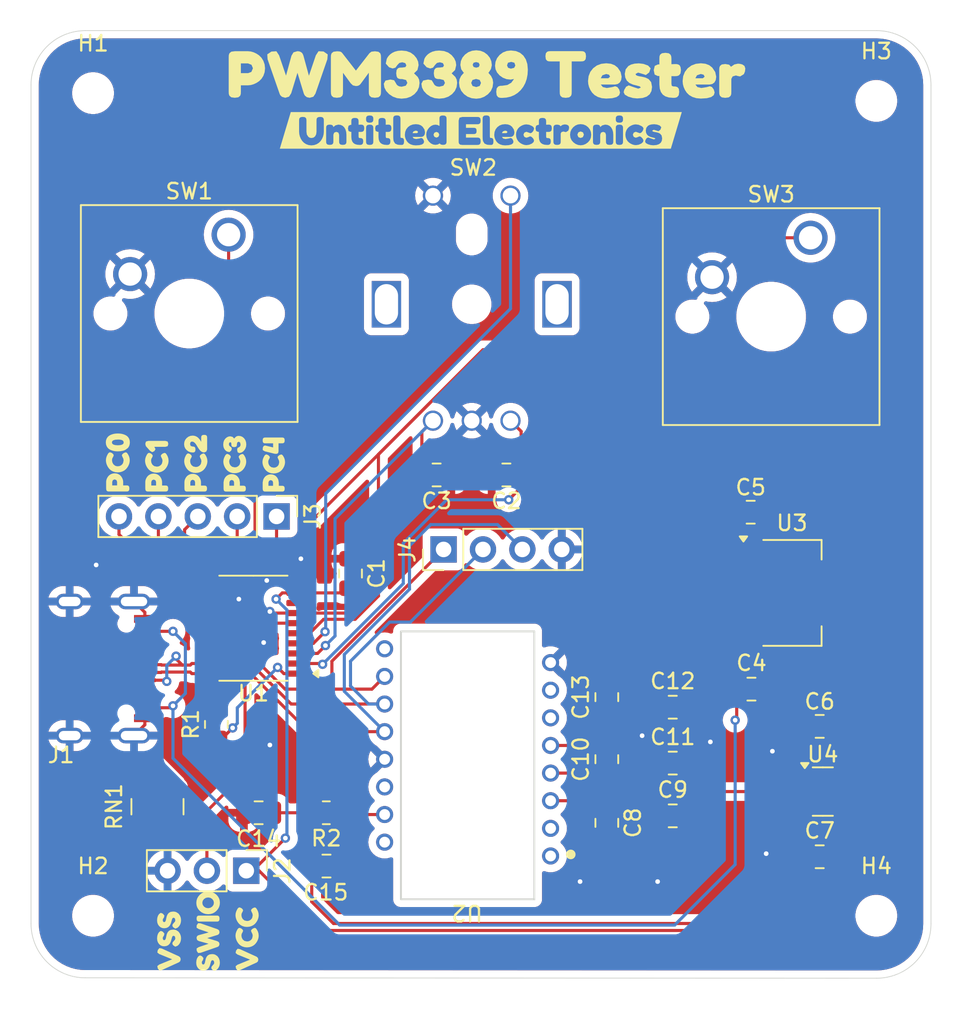
<source format=kicad_pcb>
(kicad_pcb (version 20240108) (generator "pcbnew") (generator_version "8.0")
  (layers (0 "F.Cu" signal) (31 "B.Cu" signal) (34 "B.Paste" user) (35 "F.Paste" user) (36 "B.SilkS" user "B.Silkscreen") (37 "F.SilkS" user "F.Silkscreen") (38 "B.Mask" user) (39 "F.Mask" user) (44 "Edge.Cuts" user))
  (net 0 "")
  (net 1 "VCC")
  (net 2 "VSS")
  (net 3 "/RotaryA")
  (net 4 "/RotaryB")
  (net 5 "+5V")
  (net 6 "+1V8")
  (net 7 "Net-(U2-VDCPix)")
  (net 8 "Net-(J1-CC1)")
  (net 9 "D-")
  (net 10 "D+")
  (net 12 "Net-(J1-CC2)")
  (net 14 "SWIO")
  (net 15 "Net-(J3-Pin_2)")
  (net 16 "Net-(J3-Pin_3)")
  (net 17 "Net-(J3-Pin_1)")
  (net 18 "Net-(J3-Pin_4)")
  (net 19 "Net-(J3-Pin_5)")
  (net 20 "MOSI")
  (net 21 "MISO")
  (net 22 "SCLK")
  (net 23 "DPU")
  (net 24 "Net-(U2-LED)")
  (net 27 "Left")
  (net 28 "/RotaryS")
  (net 29 "Right")
  (net 31 "Motion")
  (net 33 "Rst")
  (footprint "Connector_PinHeader_2.54mm:PinHeader_1x05_P2.54mm_Vertical" (layer "F.Cu") (at 166.8325 62.275 -90)
    (property "Reference" "J3" (at 0 -2.33 90) (layer "F.SilkS"))
    (property "Value" "Conn_01x05")
    (pad "1" thru_hole rect (at 0 0 270) (size 1.7 1.7) (drill 1) (layers "*.Cu" "*.Mask") (net 17 "Net-(J3-Pin_1)"))
    (pad "2" thru_hole oval (at 0 2.54 270) (size 1.7 1.7) (drill 1) (layers "*.Cu" "*.Mask") (net 15 "Net-(J3-Pin_2)"))
    (pad "3" thru_hole oval (at 0 5.08 270) (size 1.7 1.7) (drill 1) (layers "*.Cu" "*.Mask") (net 16 "Net-(J3-Pin_3)"))
    (pad "4" thru_hole oval (at 0 7.62 270) (size 1.7 1.7) (drill 1) (layers "*.Cu" "*.Mask") (net 18 "Net-(J3-Pin_4)"))
    (pad "5" thru_hole oval (at 0 10.16 270) (size 1.7 1.7) (drill 1) (layers "*.Cu" "*.Mask") (net 19 "Net-(J3-Pin_5)"))
  )
  (footprint "Capacitor_SMD:C_0805_2012Metric" (layer "F.Cu") (at 188.125 82.015 -90)
    (property "Reference" "C8" (at 0 -1.68 90) (layer "F.SilkS"))
    (property "Value" "4.7uF")
    (pad "1" smd roundrect (at -0.95 0 270) (size 1 1.45) (layers "F.Cu" "F.Paste" "F.Mask") (net 7 "Net-(U2-VDCPix)"))
    (pad "2" smd roundrect (at 0.95 0 270) (size 1 1.45) (layers "F.Cu" "F.Paste" "F.Mask") (net 2 "VSS"))
  )
  (footprint "Capacitor_SMD:C_0805_2012Metric" (layer "F.Cu") (at 181.65 59.6 180)
    (property "Reference" "C2" (at 0 -1.68 0) (layer "F.SilkS"))
    (property "Value" "100nF")
    (pad "1" smd roundrect (at -0.95 0 180) (size 1 1.45) (layers "F.Cu" "F.Paste" "F.Mask") (net 3 "/RotaryA"))
    (pad "2" smd roundrect (at 0.95 0 180) (size 1 1.45) (layers "F.Cu" "F.Paste" "F.Mask") (net 2 "VSS"))
  )
  (footprint "Resistor_SMD:R_0805_2012Metric" (layer "F.Cu") (at 170.0375 81.365 180)
    (property "Reference" "R2" (at 0 -1.65 0) (layer "F.SilkS"))
    (property "Value" "13")
    (pad "1" smd roundrect (at -0.9125 0 180) (size 1.025 1.4) (layers "F.Cu" "F.Paste" "F.Mask") (roundrect_rratio 0.243902) (net 24 "Net-(U2-LED)"))
    (pad "2" smd roundrect (at 0.9125 0 180) (size 1.025 1.4) (layers "F.Cu" "F.Paste" "F.Mask") (roundrect_rratio 0.243902) (net 6 "+1V8"))
  )
  (footprint "Connector_PinHeader_2.54mm:PinHeader_1x03_P2.54mm_Vertical" (layer "F.Cu") (at 164.88 85.1 -90)
    (property "Reference" "J2" (at 0 -2.33 90) (layer "F.SilkS"))
    (property "Value" "Prog")
    (pad "1" thru_hole rect (at 0 0 270) (size 1.7 1.7) (drill 1) (layers "*.Cu" "*.Mask") (net 1 "VCC"))
    (pad "2" thru_hole oval (at 0 2.54 270) (size 1.7 1.7) (drill 1) (layers "*.Cu" "*.Mask") (net 14 "SWIO"))
    (pad "3" thru_hole oval (at 0 5.08 270) (size 1.7 1.7) (drill 1) (layers "*.Cu" "*.Mask") (net 2 "VSS"))
  )
  (footprint "Capacitor_SMD:C_0805_2012Metric" (layer "F.Cu") (at 201.85 84.2)
    (property "Reference" "C7" (at 0 -1.68 0) (layer "F.SilkS"))
    (property "Value" "1uF")
    (pad "1" smd roundrect (at -0.95 0) (size 1 1.45) (layers "F.Cu" "F.Paste" "F.Mask") (net 6 "+1V8"))
    (pad "2" smd roundrect (at 0.95 0) (size 1 1.45) (layers "F.Cu" "F.Paste" "F.Mask") (net 2 "VSS"))
  )
  (footprint "Capacitor_SMD:C_0805_2012Metric" (layer "F.Cu") (at 192.375 81.565)
    (property "Reference" "C9" (at 0 -1.68 0) (layer "F.SilkS"))
    (property "Value" "100nF")
    (pad "1" smd roundrect (at -0.95 0) (size 1 1.45) (layers "F.Cu" "F.Paste" "F.Mask") (net 7 "Net-(U2-VDCPix)"))
    (pad "2" smd roundrect (at 0.95 0) (size 1 1.45) (layers "F.Cu" "F.Paste" "F.Mask") (net 2 "VSS"))
  )
  (footprint "Capacitor_SMD:C_0805_2012Metric" (layer "F.Cu") (at 177.15 59.6 180)
    (property "Reference" "C3" (at 0 -1.68 0) (layer "F.SilkS"))
    (property "Value" "100nF")
    (pad "1" smd roundrect (at -0.95 0 180) (size 1 1.45) (layers "F.Cu" "F.Paste" "F.Mask") (net 2 "VSS"))
    (pad "2" smd roundrect (at 0.95 0 180) (size 1 1.45) (layers "F.Cu" "F.Paste" "F.Mask") (net 4 "/RotaryB"))
  )
  (footprint "kibuzzard-67733B6F" (layer "F.Cu") (at 180.4 33.8)
    (property "Reference" "kibuzzard-67733B6F" (hide yes))
    (property "Value" "G***" (hide yes))
  )
  (footprint "Capacitor_SMD:C_0805_2012Metric" (layer "F.Cu") (at 192.375 78.165)
    (property "Reference" "C11" (at 0 -1.68 0) (layer "F.SilkS"))
    (property "Value" "10uF")
    (pad "1" smd roundrect (at -0.95 0) (size 1 1.45) (layers "F.Cu" "F.Paste" "F.Mask") (net 6 "+1V8"))
    (pad "2" smd roundrect (at 0.95 0) (size 1 1.45) (layers "F.Cu" "F.Paste" "F.Mask") (net 2 "VSS"))
  )
  (footprint "Button_Switch_Keyboard:SW_Cherry_MX_1.00u_PCB" (layer "F.Cu") (at 163.74 44.12)
    (property "Reference" "SW1" (at -2.54 -2.794 0) (layer "F.SilkS"))
    (property "Value" "SW_Push_45deg")
    (pad "" np_thru_hole circle (at -7.62 5.08) (size 1.7 1.7) (drill 1.7) (layers "*.Cu" "*.Mask"))
    (pad "" np_thru_hole circle (at -2.54 5.08) (size 4 4) (drill 4) (layers "*.Cu" "*.Mask"))
    (pad "" np_thru_hole circle (at 2.54 5.08) (size 1.7 1.7) (drill 1.7) (layers "*.Cu" "*.Mask"))
    (pad "1" thru_hole circle (at 0 0) (size 2.2 2.2) (drill 1.5) (layers "*.Cu" "*.Mask") (net 27 "Left"))
    (pad "2" thru_hole circle (at -6.35 2.54) (size 2.2 2.2) (drill 1.5) (layers "*.Cu" "*.Mask") (net 2 "VSS"))
  )
  (footprint "Capacitor_SMD:C_0805_2012Metric" (layer "F.Cu") (at 171.6 65.95 -90)
    (property "Reference" "C1" (at 0 -1.68 90) (layer "F.SilkS"))
    (property "Value" "100nF")
    (pad "1" smd roundrect (at -0.95 0 270) (size 1 1.45) (layers "F.Cu" "F.Paste" "F.Mask") (net 2 "VSS"))
    (pad "2" smd roundrect (at 0.95 0 270) (size 1 1.45) (layers "F.Cu" "F.Paste" "F.Mask") (net 1 "VCC"))
  )
  (footprint "Capacitor_SMD:C_0805_2012Metric" (layer "F.Cu") (at 188.125 77.915 90)
    (property "Reference" "C10" (at 0 -1.68 90) (layer "F.SilkS"))
    (property "Value" "100nF")
    (pad "1" smd roundrect (at -0.95 0 90) (size 1 1.45) (layers "F.Cu" "F.Paste" "F.Mask") (net 6 "+1V8"))
    (pad "2" smd roundrect (at 0.95 0 90) (size 1 1.45) (layers "F.Cu" "F.Paste" "F.Mask") (net 2 "VSS"))
  )
  (footprint "Capacitor_SMD:C_0805_2012Metric" (layer "F.Cu") (at 170.05 84.8)
    (property "Reference" "C15" (at -0.05 1.7 0) (layer "F.SilkS"))
    (property "Value" "10uF")
    (pad "1" smd roundrect (at -0.95 0) (size 1 1.45) (layers "F.Cu" "F.Paste" "F.Mask") (net 6 "+1V8"))
    (pad "2" smd roundrect (at 0.95 0) (size 1 1.45) (layers "F.Cu" "F.Paste" "F.Mask") (net 2 "VSS"))
  )
  (footprint "UE_Module:PMW3389" (layer "F.Cu") (at 184.5 84.16 180)
    (property "Reference" "U2" (at 5.38 -3.66 180) (layer "F.SilkS"))
    (property "Value" "PWM3389")
    (fp_rect (start 1.05 -2.78) (end 9.65 14.48) (stroke (width 0.12)) (fill none) (layer "Edge.Cuts"))
    (pad "1" thru_hole circle (at 0 0.01) (size 1.1 1.1) (drill 0.7) (layers "*.Cu" "*.Mask"))
    (pad "2" thru_hole circle (at 0 1.79) (size 1.1 1.1) (drill 0.7) (layers "*.Cu" "*.Mask"))
    (pad "3" thru_hole circle (at 0 3.57) (size 1.1 1.1) (drill 0.7) (layers "*.Cu" "*.Mask") (net 7 "Net-(U2-VDCPix)"))
    (pad "4" thru_hole circle (at 0 5.35) (size 1.1 1.1) (drill 0.7) (layers "*.Cu" "*.Mask") (net 6 "+1V8"))
    (pad "5" thru_hole circle (at 0 7.13) (size 1.1 1.1) (drill 0.7) (layers "*.Cu" "*.Mask") (net 1 "VCC"))
    (pad "6" thru_hole circle (at 0 8.91) (size 1.1 1.1) (drill 0.7) (layers "*.Cu" "*.Mask"))
    (pad "7" thru_hole circle (at 0 10.69) (size 1.1 1.1) (drill 0.7) (layers "*.Cu" "*.Mask") (net 33 "Rst"))
    (pad "8" thru_hole circle (at 0 12.47) (size 1.1 1.1) (drill 0.7) (layers "*.Cu" "*.Mask") (net 2 "VSS"))
    (pad "9" thru_hole circle (at 10.7 13.36) (size 1.1 1.1) (drill 0.7) (layers "*.Cu" "*.Mask") (net 31 "Motion"))
    (pad "10" thru_hole circle (at 10.7 11.58) (size 1.1 1.1) (drill 0.7) (layers "*.Cu" "*.Mask") (net 22 "SCLK"))
    (pad "11" thru_hole circle (at 10.7 9.8) (size 1.1 1.1) (drill 0.7) (layers "*.Cu" "*.Mask") (net 20 "MOSI"))
    (pad "12" thru_hole circle (at 10.7 8.02) (size 1.1 1.1) (drill 0.7) (layers "*.Cu" "*.Mask") (net 21 "MISO"))
    (pad "13" thru_hole circle (at 10.7 6.24) (size 1.1 1.1) (drill 0.7) (layers "*.Cu" "*.Mask") (net 2 "VSS"))
    (pad "14" thru_hole circle (at 10.7 4.46) (size 1.1 1.1) (drill 0.7) (layers "*.Cu" "*.Mask"))
    (pad "15" thru_hole circle (at 10.7 2.68) (size 1.1 1.1) (drill 0.7) (layers "*.Cu" "*.Mask") (net 24 "Net-(U2-LED)"))
    (pad "16" thru_hole circle (at 10.7 0.9) (size 1.1 1.1) (drill 0.7) (layers "*.Cu" "*.Mask"))
  )
  (footprint "Capacitor_SMD:C_0805_2012Metric" (layer "F.Cu") (at 201.85 75.8 180)
    (property "Reference" "C6" (at 0 1.6 0) (layer "F.SilkS"))
    (property "Value" "1uF")
    (pad "1" smd roundrect (at -0.95 0 180) (size 1 1.45) (layers "F.Cu" "F.Paste" "F.Mask") (net 1 "VCC"))
    (pad "2" smd roundrect (at 0.95 0 180) (size 1 1.45) (layers "F.Cu" "F.Paste" "F.Mask") (net 2 "VSS"))
  )
  (footprint "UE_USB:USB_C_Receptical-Jing" (layer "F.Cu") (at 157.64 72.075 -90)
    (property "Reference" "J1" (at 5.575 4.7 0) (layer "F.SilkS"))
    (property "Value" "USB_C_Receptacle")
    (pad "" np_thru_hole circle (at -2.89 0.5 270) (size 0.65 0.65) (drill 0.65) (layers "*.Cu" "*.Mask"))
    (pad "" np_thru_hole circle (at 2.89 0.5 270) (size 0.65 0.65) (drill 0.65) (layers "*.Cu" "*.Mask"))
    (pad "A1" smd rect (at -3.325 -0.7 270) (size 0.25 1.4) (layers "F.Cu" "F.Paste" "F.Mask") (net 2 "VSS"))
    (pad "A4" smd rect (at -2.525 -0.7 270) (size 0.25 1.4) (layers "F.Cu" "F.Paste" "F.Mask") (net 5 "+5V"))
    (pad "A5" smd rect (at -1.25 -0.7 270) (size 0.25 1.4) (layers "F.Cu" "F.Paste" "F.Mask") (net 8 "Net-(J1-CC1)"))
    (pad "A6" smd rect (at -0.25 -0.7 270) (size 0.25 1.4) (layers "F.Cu" "F.Paste" "F.Mask") (net 10 "D+"))
    (pad "A7" smd rect (at 0.25 -0.7 270) (size 0.25 1.4) (layers "F.Cu" "F.Paste" "F.Mask") (net 9 "D-"))
    (pad "A8" smd rect (at -1.75 -0.7 270) (size 0.25 1.4) (layers "F.Cu" "F.Paste" "F.Mask"))
    (pad "A9" smd rect (at 2.525 -0.7 270) (size 0.25 1.4) (layers "F.Cu" "F.Paste" "F.Mask") (net 5 "+5V"))
    (pad "A12" smd rect (at 3.325 -0.7 270) (size 0.25 1.4) (layers "F.Cu" "F.Paste" "F.Mask") (net 2 "VSS"))
    (pad "B1" smd rect (at 3.075 -0.7 270) (size 0.25 1.4) (layers "F.Cu" "F.Paste" "F.Mask") (net 2 "VSS"))
    (pad "B4" smd rect (at 2.275 -0.7 270) (size 0.25 1.4) (layers "F.Cu" "F.Paste" "F.Mask") (net 5 "+5V"))
    (pad "B5" smd rect (at 1.75 -0.7 270) (size 0.25 1.4) (layers "F.Cu" "F.Paste" "F.Mask") (net 12 "Net-(J1-CC2)"))
    (pad "B6" smd rect (at 0.75 -0.7 270) (size 0.25 1.4) (layers "F.Cu" "F.Paste" "F.Mask") (net 10 "D+"))
    (pad "B7" smd rect (at -0.75 -0.7 270) (size 0.25 1.4) (layers "F.Cu" "F.Paste" "F.Mask") (net 9 "D-"))
    (pad "B8" smd rect (at 1.25 -0.7 270) (size 0.25 1.4) (layers "F.Cu" "F.Paste" "F.Mask"))
    (pad "B9" smd rect (at -2.275 -0.7 270) (size 0.25 1.4) (layers "F.Cu" "F.Paste" "F.Mask") (net 5 "+5V"))
    (pad "B12" smd rect (at -3.075 -0.7 270) (size 0.25 1.4) (layers "F.Cu" "F.Paste" "F.Mask") (net 2 "VSS"))
    (pad "S1" thru_hole oval (at -4.32 0 270) (size 1 2.1) (drill oval 0.6 1.7) (layers "*.Cu" "*.Mask") (net 2 "VSS"))
    (pad "S1" thru_hole oval (at -4.32 4.15 270) (size 1 1.8) (drill oval 0.6 1.4) (layers "*.Cu" "*.Mask") (net 2 "VSS"))
    (pad "S1" thru_hole oval (at 4.32 0 270) (size 1 2.1) (drill oval 0.6 1.7) (layers "*.Cu" "*.Mask") (net 2 "VSS"))
    (pad "S1" thru_hole oval (at 4.32 4.15 270) (size 1 1.8) (drill oval 0.6 1.4) (layers "*.Cu" "*.Mask") (net 2 "VSS"))
  )
  (footprint "Connector_PinHeader_2.54mm:PinHeader_1x04_P2.54mm_Vertical" (layer "F.Cu") (at 177.6 64.4 90)
    (property "Reference" "J4" (at 0 -2.33 90) (layer "F.SilkS"))
    (property "Value" "Conn_01x04")
    (pad "1" thru_hole rect (at 0 0 90) (size 1.7 1.7) (drill 1) (layers "*.Cu" "*.Mask") (net 22 "SCLK"))
    (pad "2" thru_hole oval (at 0 2.54 90) (size 1.7 1.7) (drill 1) (layers "*.Cu" "*.Mask") (net 20 "MOSI"))
    (pad "3" thru_hole oval (at 0 5.08 90) (size 1.7 1.7) (drill 1) (layers "*.Cu" "*.Mask") (net 21 "MISO"))
    (pad "4" thru_hole oval (at 0 7.62 90) (size 1.7 1.7) (drill 1) (layers "*.Cu" "*.Mask") (net 2 "VSS"))
  )
  (footprint "Package_TO_SOT_SMD:SOT-23" (layer "F.Cu") (at 202.05 80)
    (property "Reference" "U4" (at 0 -2.4 0) (layer "F.SilkS"))
    (property "Value" "TLV1117-18" (hide yes))
    (pad "1" smd roundrect (at -0.9375 -0.95) (size 1.475 0.6) (layers "F.Cu" "F.Paste" "F.Mask") (net 2 "VSS"))
    (pad "2" smd roundrect (at -0.9375 0.95) (size 1.475 0.6) (layers "F.Cu" "F.Paste" "F.Mask") (net 6 "+1V8"))
    (pad "3" smd roundrect (at 0.9375 0) (size 1.475 0.6) (layers "F.Cu" "F.Paste" "F.Mask") (net 1 "VCC"))
  )
  (footprint "MountingHole:MountingHole_2.2mm_M2" (layer "F.Cu") (at 155 35)
    (property "Reference" "H1" (at 0 -3.2 0) (layer "F.SilkS"))
    (property "Value" "MountingHole")
    (pad "" np_thru_hole circle (at 0 0) (size 2.2 2.2) (drill 2.2) (layers "*.Cu" "*.Mask"))
  )
  (footprint "Capacitor_SMD:C_0805_2012Metric" (layer "F.Cu") (at 188.125 73.915 90)
    (property "Reference" "C13" (at 0 -1.68 90) (layer "F.SilkS"))
    (property "Value" "10uF")
    (pad "1" smd roundrect (at -0.95 0 90) (size 1 1.45) (layers "F.Cu" "F.Paste" "F.Mask") (net 1 "VCC"))
    (pad "2" smd roundrect (at 0.95 0 90) (size 1 1.45) (layers "F.Cu" "F.Paste" "F.Mask") (net 2 "VSS"))
  )
  (footprint "Package_TO_SOT_SMD:SOT-223-3_TabPin2" (layer "F.Cu") (at 200.0625 67.2)
    (property "Reference" "U3" (at 0 -4.5 0) (layer "F.SilkS"))
    (property "Value" "TLV1117-33")
    (pad "1" smd roundrect (at -3.15 -2.3) (size 2 1.5) (layers "F.Cu" "F.Paste" "F.Mask") (net 2 "VSS"))
    (pad "2" smd roundrect (at -3.15 0) (size 2 1.5) (layers "F.Cu" "F.Paste" "F.Mask") (net 1 "VCC"))
    (pad "2" smd roundrect (at 3.15 0) (size 2 3.8) (layers "F.Cu" "F.Paste" "F.Mask") (net 1 "VCC"))
    (pad "3" smd roundrect (at -3.15 2.3) (size 2 1.5) (layers "F.Cu" "F.Paste" "F.Mask") (net 5 "+5V"))
  )
  (footprint "MountingHole:MountingHole_2.2mm_M2" (layer "F.Cu") (at 205.5 88)
    (property "Reference" "H4" (at 0 -3.2 0) (layer "F.SilkS"))
    (property "Value" "MountingHole")
    (pad "" np_thru_hole circle (at 0 0) (size 2.2 2.2) (drill 2.2) (layers "*.Cu" "*.Mask"))
  )
  (footprint "Button_Switch_Keyboard:SW_Cherry_MX_1.00u_PCB" (layer "F.Cu") (at 201.26 44.32)
    (property "Reference" "SW3" (at -2.54 -2.794 0) (layer "F.SilkS"))
    (property "Value" "SW_Push_45deg")
    (pad "" np_thru_hole circle (at -7.62 5.08) (size 1.7 1.7) (drill 1.7) (layers "*.Cu" "*.Mask"))
    (pad "" np_thru_hole circle (at -2.54 5.08) (size 4 4) (drill 4) (layers "*.Cu" "*.Mask"))
    (pad "" np_thru_hole circle (at 2.54 5.08) (size 1.7 1.7) (drill 1.7) (layers "*.Cu" "*.Mask"))
    (pad "1" thru_hole circle (at 0 0) (size 2.2 2.2) (drill 1.5) (layers "*.Cu" "*.Mask") (net 29 "Right"))
    (pad "2" thru_hole circle (at -6.35 2.54) (size 2.2 2.2) (drill 1.5) (layers "*.Cu" "*.Mask") (net 2 "VSS"))
  )
  (footprint "Capacitor_SMD:C_0805_2012Metric" (layer "F.Cu") (at 192.375 74.565)
    (property "Reference" "C12" (at 0 -1.68 0) (layer "F.SilkS"))
    (property "Value" "100nF")
    (pad "1" smd roundrect (at -0.95 0) (size 1 1.45) (layers "F.Cu" "F.Paste" "F.Mask") (net 1 "VCC"))
    (pad "2" smd roundrect (at 0.95 0) (size 1 1.45) (layers "F.Cu" "F.Paste" "F.Mask") (net 2 "VSS"))
  )
  (footprint "Capacitor_SMD:C_0805_2012Metric" (layer "F.Cu") (at 197.4 62 180)
    (property "Reference" "C5" (at 0 1.6 0) (layer "F.SilkS"))
    (property "Value" "10u")
    (pad "1" smd roundrect (at -0.95 0 180) (size 1 1.45) (layers "F.Cu" "F.Paste" "F.Mask") (net 1 "VCC"))
    (pad "2" smd roundrect (at 0.95 0 180) (size 1 1.45) (layers "F.Cu" "F.Paste" "F.Mask") (net 2 "VSS"))
  )
  (footprint "Capacitor_SMD:C_0805_2012Metric" (layer "F.Cu") (at 197.45 73.4)
    (property "Reference" "C4" (at 0 -1.68 0) (layer "F.SilkS"))
    (property "Value" "10u")
    (pad "1" smd roundrect (at -0.95 0) (size 1 1.45) (layers "F.Cu" "F.Paste" "F.Mask") (net 5 "+5V"))
    (pad "2" smd roundrect (at 0.95 0) (size 1 1.45) (layers "F.Cu" "F.Paste" "F.Mask") (net 2 "VSS"))
  )
  (footprint "cafebabe:EC11L1524E03_Rotary_Encoder" (layer "F.Cu") (at 179.415 48.605)
    (property "Reference" "SW2" (at 0.1 -8.805 0) (layer "F.SilkS"))
    (property "Value" "Rotary_Encoder_Switch")
    (pad "" thru_hole rect (at -5.5 0) (size 1.9 3) (drill oval 1.5 2.6) (layers "*.Cu" "*.Mask"))
    (pad "" np_thru_hole oval (at 0 -4.5) (size 1.55 2.2) (drill oval 1.55 2.2) (layers "F&B.Cu" "*.Mask"))
    (pad "" np_thru_hole circle (at 0 0) (size 2.05 2.05) (drill 2.05) (layers "F&B.Cu" "*.Mask"))
    (pad "" thru_hole rect (at 5.5 0) (size 1.9 3) (drill oval 1.5 2.6) (layers "*.Cu" "*.Mask"))
    (pad "A" thru_hole circle (at -2.5 7.5) (size 1.3 1.3) (drill 1) (layers "*.Cu" "*.Mask") (net 4 "/RotaryB"))
    (pad "B" thru_hole circle (at 2.5 7.5) (size 1.3 1.3) (drill 1) (layers "*.Cu" "*.Mask") (net 3 "/RotaryA"))
    (pad "C" thru_hole circle (at 0 7.5) (size 1.3 1.3) (drill 1) (layers "*.Cu" "*.Mask") (net 2 "VSS"))
    (pad "S1" thru_hole circle (at -2.5 -7) (size 1.3 1.3) (drill 1) (layers "*.Cu" "*.Mask") (net 2 "VSS"))
    (pad "S2" thru_hole circle (at 2.5 -7) (size 1.3 1.3) (drill 1) (layers "*.Cu" "*.Mask") (net 28 "/RotaryS"))
  )
  (footprint "kibuzzard-67733BE6" (layer "F.Cu") (at 162.4 89 90)
    (property "Reference" "kibuzzard-67733BE6" (hide yes))
    (property "Value" "G***" (hide yes))
  )
  (footprint "MountingHole:MountingHole_2.2mm_M2" (layer "F.Cu") (at 155 88)
    (property "Reference" "H2" (at 0 -3.2 0) (layer "F.SilkS"))
    (property "Value" "MountingHole")
    (pad "" np_thru_hole circle (at 0 0) (size 2.2 2.2) (drill 2.2) (layers "*.Cu" "*.Mask"))
  )
  (footprint "kibuzzard-67733C4A" (layer "F.Cu") (at 180 37.4)
    (property "Reference" "kibuzzard-67733C4A" (hide yes))
    (property "Value" "G***" (hide yes))
  )
  (footprint "Package_SO:TSSOP-20_4.4x6.5mm_P0.65mm" (layer "F.Cu") (at 165.3375 69.475 180)
    (property "Reference" "U1" (at 0 -4.2 0) (layer "F.SilkS"))
    (property "Value" "CH32V003FxPx")
    (pad "1" smd roundrect (at -2.8625 -2.925 180) (size 1.475 0.4) (layers "F.Cu" "F.Paste" "F.Mask") (net 23 "DPU"))
    (pad "2" smd roundrect (at -2.8625 -2.275 180) (size 1.475 0.4) (layers "F.Cu" "F.Paste" "F.Mask") (net 3 "/RotaryA"))
    (pad "3" smd roundrect (at -2.8625 -1.625 180) (size 1.475 0.4) (layers "F.Cu" "F.Paste" "F.Mask") (net 4 "/RotaryB"))
    (pad "4" smd roundrect (at -2.8625 -0.975 180) (size 1.475 0.4) (layers "F.Cu" "F.Paste" "F.Mask") (net 28 "/RotaryS"))
    (pad "5" smd roundrect (at -2.8625 -0.325 180) (size 1.475 0.4) (layers "F.Cu" "F.Paste" "F.Mask") (net 29 "Right"))
    (pad "6" smd roundrect (at -2.8625 0.325 180) (size 1.475 0.4) (layers "F.Cu" "F.Paste" "F.Mask") (net 27 "Left"))
    (pad "7" smd roundrect (at -2.8625 0.975 180) (size 1.475 0.4) (layers "F.Cu" "F.Paste" "F.Mask") (net 2 "VSS"))
    (pad "8" smd roundrect (at -2.8625 1.625 180) (size 1.475 0.4) (layers "F.Cu" "F.Paste" "F.Mask"))
    (pad "9" smd roundrect (at -2.8625 2.275 180) (size 1.475 0.4) (layers "F.Cu" "F.Paste" "F.Mask") (net 1 "VCC"))
    (pad "10" smd roundrect (at -2.8625 2.925 180) (size 1.475 0.4) (layers "F.Cu" "F.Paste" "F.Mask") (net 17 "Net-(J3-Pin_1)"))
    (pad "11" smd roundrect (at 2.8625 2.925 180) (size 1.475 0.4) (layers "F.Cu" "F.Paste" "F.Mask") (net 15 "Net-(J3-Pin_2)"))
    (pad "12" smd roundrect (at 2.8625 2.275 180) (size 1.475 0.4) (layers "F.Cu" "F.Paste" "F.Mask") (net 16 "Net-(J3-Pin_3)"))
    (pad "13" smd roundrect (at 2.8625 1.625 180) (size 1.475 0.4) (layers "F.Cu" "F.Paste" "F.Mask") (net 18 "Net-(J3-Pin_4)"))
    (pad "14" smd roundrect (at 2.8625 0.975 180) (size 1.475 0.4) (layers "F.Cu" "F.Paste" "F.Mask") (net 19 "Net-(J3-Pin_5)"))
    (pad "15" smd roundrect (at 2.8625 0.325 180) (size 1.475 0.4) (layers "F.Cu" "F.Paste" "F.Mask") (net 22 "SCLK"))
    (pad "16" smd roundrect (at 2.8625 -0.325 180) (size 1.475 0.4) (layers "F.Cu" "F.Paste" "F.Mask") (net 20 "MOSI"))
    (pad "17" smd roundrect (at 2.8625 -0.975 180) (size 1.475 0.4) (layers "F.Cu" "F.Paste" "F.Mask") (net 21 "MISO"))
    (pad "18" smd roundrect (at 2.8625 -1.625 180) (size 1.475 0.4) (layers "F.Cu" "F.Paste" "F.Mask") (net 14 "SWIO"))
    (pad "19" smd roundrect (at 2.8625 -2.275 180) (size 1.475 0.4) (layers "F.Cu" "F.Paste" "F.Mask") (net 10 "D+"))
    (pad "20" smd roundrect (at 2.8625 -2.925 180) (size 1.475 0.4) (layers "F.Cu" "F.Paste" "F.Mask") (net 9 "D-"))
  )
  (footprint "MountingHole:MountingHole_2.2mm_M2" (layer "F.Cu") (at 205.5 35.5)
    (property "Reference" "H3" (at 0 -3.2 0) (layer "F.SilkS"))
    (property "Value" "MountingHole")
    (pad "" np_thru_hole circle (at 0 0) (size 2.2 2.2) (drill 2.2) (layers "*.Cu" "*.Mask"))
  )
  (footprint "Resistor_SMD:R_Array_Convex_4x0603" (layer "F.Cu") (at 159.1525 80.975 90)
    (property "Reference" "RN1" (at 0 -2.8 90) (layer "F.SilkS"))
    (property "Value" "5.1k")
    (pad "1" smd rect (at -0.9 -1.2 90) (size 0.8 0.5) (layers "F.Cu" "F.Paste" "F.Mask") (net 2 "VSS"))
    (pad "2" smd rect (at -0.9 -0.4 90) (size 0.8 0.4) (layers "F.Cu" "F.Paste" "F.Mask") (net 2 "VSS"))
    (pad "3" smd rect (at -0.9 0.4 90) (size 0.8 0.4) (layers "F.Cu" "F.Paste" "F.Mask") (net 2 "VSS"))
    (pad "4" smd rect (at -0.9 1.2 90) (size 0.8 0.5) (layers "F.Cu" "F.Paste" "F.Mask") (net 2 "VSS"))
    (pad "5" smd rect (at 0.9 1.2 90) (size 0.8 0.5) (layers "F.Cu" "F.Paste" "F.Mask") (net 12 "Net-(J1-CC2)"))
    (pad "6" smd rect (at 0.9 0.4 90) (size 0.8 0.4) (layers "F.Cu" "F.Paste" "F.Mask") (net 8 "Net-(J1-CC1)"))
    (pad "7" smd rect (at 0.9 -0.4 90) (size 0.8 0.4) (layers "F.Cu" "F.Paste" "F.Mask"))
    (pad "8" smd rect (at 0.9 -1.2 90) (size 0.8 0.5) (layers "F.Cu" "F.Paste" "F.Mask"))
  )
  (footprint "kibuzzard-67733C22" (layer "F.Cu") (at 161.6 58.8 90)
    (property "Reference" "kibuzzard-67733C22" (hide yes))
    (property "Value" "G***" (hide yes))
  )
  (footprint "Resistor_SMD:R_0805_2012Metric" (layer "F.Cu") (at 162.9525 75.675 90)
    (property "Reference" "R1" (at 0 -1.65 90) (layer "F.SilkS"))
    (property "Value" "1.5k")
    (pad "1" smd roundrect (at -0.9125 0 90) (size 1.025 1.4) (layers "F.Cu" "F.Paste" "F.Mask") (roundrect_rratio 0.243902) (net 23 "DPU"))
    (pad "2" smd roundrect (at 0.9125 0 90) (size 1.025 1.4) (layers "F.Cu" "F.Paste" "F.Mask") (roundrect_rratio 0.243902) (net 9 "D-"))
  )
  (footprint "Capacitor_SMD:C_0805_2012Metric" (layer "F.Cu") (at 165.675 81.365 180)
    (property "Reference" "C14" (at 0 -1.68 0) (layer "F.SilkS"))
    (property "Value" "100nF")
    (pad "1" smd roundrect (at -0.95 0 180) (size 1 1.45) (layers "F.Cu" "F.Paste" "F.Mask") (net 6 "+1V8"))
    (pad "2" smd roundrect (at 0.95 0 180) (size 1 1.45) (layers "F.Cu" "F.Paste" "F.Mask") (net 2 "VSS"))
  )
  (gr_arc (start 151 34.474874) (mid 152.025126 32) (end 154.5 30.974874) (stroke (width 0.05)) (layer "Edge.Cuts"))
  (gr_line (start 151 88.5) (end 151 34.474874) (stroke (width 0.05)) (layer "Edge.Cuts"))
  (gr_arc (start 209.025126 88.525126) (mid 208 91) (end 205.525126 92.025126) (stroke (width 0.05)) (layer "Edge.Cuts"))
  (gr_arc (start 205.525126 30.974874) (mid 208 32) (end 209.025126 34.474874) (stroke (width 0.05)) (layer "Edge.Cuts"))
  (gr_line (start 209.025126 34.474874) (end 209.025126 88.525126) (stroke (width 0.05)) (layer "Edge.Cuts"))
  (gr_line (start 205.525126 92.025126) (end 154.5 92) (stroke (width 0.05)) (layer "Edge.Cuts"))
  (gr_arc (start 154.5 92) (mid 152.025126 90.974874) (end 151 88.5) (stroke (width 0.05)) (layer "Edge.Cuts"))
  (gr_line (start 154.5 30.974874) (end 205.525126 30.974874) (stroke (width 0.05)) (layer "Edge.Cuts"))
  (segment (start 188.125 74.865) (end 191.125 74.865) (width 0.2) (layer "F.Cu") (net 1))
  (segment (start 164.88 85.1) (end 165.7 85.1) (width 0.2) (layer "F.Cu") (net 1))
  (segment (start 197.659744 88.95) (end 202 84.609744) (width 0.2) (layer "F.Cu") (net 1))
  (segment (start 168.2 67.2) (end 167.2 67.2) (width 0.2) (layer "F.Cu") (net 1))
  (segment (start 203.2125 75.3875) (end 202.8 75.8) (width 0.2) (layer "F.Cu") (net 1))
  (segment (start 196.9125 67.2) (end 203.2125 67.2) (width 0.2) (layer "F.Cu") (net 1))
  (segment (start 165.7 85.1) (end 169.55 88.95) (width 0.2) (layer "F.Cu") (net 1))
  (segment (start 203.2125 67.2) (end 198.35 62.3375) (width 0.2) (layer "F.Cu") (net 1))
  (segment (start 184.5 77.03) (end 185.96 77.03) (width 0.2) (layer "F.Cu") (net 1))
  (segment (start 203.2125 67.2) (end 203.2125 75.3875) (width 0.2) (layer "F.Cu") (net 1))
  (segment (start 202.9875 81.0125) (end 202.9875 80) (width 0.2) (layer "F.Cu") (net 1))
  (segment (start 191.425 74.565) (end 191.425 72.6875) (width 0.2) (layer "F.Cu") (net 1))
  (segment (start 171.3 67.2) (end 168.2 67.2) (width 0.2) (layer "F.Cu") (net 1))
  (segment (start 169.55 88.95) (end 197.659744 88.95) (width 0.2) (layer "F.Cu") (net 1))
  (segment (start 202 84.609744) (end 202 82) (width 0.2) (layer "F.Cu") (net 1))
  (segment (start 185.96 77.03) (end 188.125 74.865) (width 0.2) (layer "F.Cu") (net 1))
  (segment (start 169.55 88.95) (end 169.6 89) (width 0.2) (layer "F.Cu") (net 1))
  (segment (start 167.4 83) (end 165.3 85.1) (width 0.2) (layer "F.Cu") (net 1))
  (segment (start 202 82) (end 202.9875 81.0125) (width 0.2) (layer "F.Cu") (net 1))
  (segment (start 191.125 74.865) (end 191.425 74.565) (width 0.2) (layer "F.Cu") (net 1))
  (segment (start 202.9875 75.9875) (end 202.8 75.8) (width 0.2) (layer "F.Cu") (net 1))
  (segment (start 198.35 62.3375) (end 198.35 62) (width 0.2) (layer "F.Cu") (net 1))
  (segment (start 171.6 66.9) (end 171.3 67.2) (width 0.2) (layer "F.Cu") (net 1))
  (segment (start 191.425 72.6875) (end 196.9125 67.2) (width 0.2) (layer "F.Cu") (net 1))
  (segment (start 165.3 85.1) (end 164.88 85.1) (width 0.2) (layer "F.Cu") (net 1))
  (segment (start 202.9875 80) (end 202.9875 75.9875) (width 0.2) (layer "F.Cu") (net 1))
  (segment (start 167.2 67.2) (end 166.8 67.6) (width 0.2) (layer "F.Cu") (net 1))
  (via (at 167.4 83) (size 0.6) (drill 0.3) (layers "F.Cu" "B.Cu") (net 1))
  (via (at 166.8 67.6) (size 0.6) (drill 0.3) (layers "F.Cu" "B.Cu") (net 1))
  (segment (start 167.5 82.9) (end 167.4 83) (width 0.2) (layer "B.Cu") (net 1))
  (segment (start 166.8 67.6) (end 167.5 68.3) (width 0.2) (layer "B.Cu") (net 1))
  (segment (start 167.5 68.3) (end 167.5 82.9) (width 0.2) (layer "B.Cu") (net 1))
  (segment (start 158.34 68.455) (end 157.64 67.755) (width 0.2) (layer "F.Cu") (net 2))
  (segment (start 168.2 68.5) (end 171.509744 68.5) (width 0.2) (layer "F.Cu") (net 2))
  (segment (start 171.509744 68.5) (end 172.8 67.209744) (width 0.2) (layer "F.Cu") (net 2))
  (segment (start 158.34 75.695) (end 157.64 76.395) (width 0.2) (layer "F.Cu") (net 2))
  (segment (start 168.2 68.5) (end 166.5 68.5) (width 0.2) (layer "F.Cu") (net 2))
  (segment (start 172.8 67.209744) (end 172.8 66.2) (width 0.2) (layer "F.Cu") (net 2))
  (segment (start 166.5 68.5) (end 166.4 68.4) (width 0.2) (layer "F.Cu") (net 2))
  (segment (start 172.8 66.2) (end 171.6 65) (width 0.2) (layer "F.Cu") (net 2))
  (segment (start 158.34 75.15) (end 158.34 75.695) (width 0.2) (layer "F.Cu") (net 2))
  (segment (start 158.34 69) (end 158.34 68.455) (width 0.2) (layer "F.Cu") (net 2))
  (via (at 198.8 77.4) (size 0.6) (drill 0.3) (layers "F.Cu" "B.Cu") (net 2))
  (via (at 166.4 68.4) (size 0.6) (drill 0.3) (layers "F.Cu" "B.Cu") (net 2))
  (via (at 168.4 65) (size 0.6) (drill 0.3) (layers "F.Cu" "B.Cu") (net 2))
  (via (at 186.4 85.8) (size 0.6) (drill 0.3) (layers "F.Cu" "B.Cu") (net 2))
  (via (at 198.4 84) (size 0.6) (drill 0.3) (layers "F.Cu" "B.Cu") (net 2))
  (via (at 166.2 66.4) (size 0.6) (drill 0.3) (layers "F.Cu" "B.Cu") (net 2))
  (via (at 191.4 85.8) (size 0.6) (drill 0.3) (layers "F.Cu" "B.Cu") (net 2))
  (via (at 190.4 76.4) (size 0.6) (drill 0.3) (layers "F.Cu" "B.Cu") (net 2))
  (via (at 166 70.4) (size 0.6) (drill 0.3) (layers "F.Cu" "B.Cu") (net 2))
  (via (at 194.8 76.8) (size 0.6) (drill 0.3) (layers "F.Cu" "B.Cu") (net 2))
  (via (at 164.4 67.6) (size 0.6) (drill 0.3) (layers "F.Cu" "B.Cu") (net 2))
  (via (at 166.4 77) (size 0.6) (drill 0.3) (layers "F.Cu" "B.Cu") (net 2))
  (via (at 155.2 65.4) (size 0.6) (drill 0.3) (layers "F.Cu" "B.Cu") (net 2))
  (segment (start 181.8 61.2) (end 182.6 60.4) (width 0.2) (layer "F.Cu") (net 3))
  (segment (start 182.6 60.4) (end 182.6 59.6) (width 0.2) (layer "F.Cu") (net 3))
  (segment (start 182.6 59.6) (end 182.6 56.79) (width 0.2) (layer "F.Cu") (net 3))
  (segment (start 169.75 71.75) (end 169.8 71.8) (width 0.2) (layer "F.Cu") (net 3))
  (segment (start 182.6 56.79) (end 181.915 56.105) (width 0.2) (layer "F.Cu") (net 3))
  (segment (start 168.2 71.75) (end 169.75 71.75) (width 0.2) (layer "F.Cu") (net 3))
  (via (at 169.8 71.8) (size 0.6) (drill 0.3) (layers "F.Cu" "B.Cu") (net 3))
  (via (at 181.8 61.2) (size 0.6) (drill 0.3) (layers "F.Cu" "B.Cu") (net 3))
  (segment (start 175 66.6) (end 175 64) (width 0.2) (layer "B.Cu") (net 3))
  (segment (start 169.8 71.8) (end 175 66.6) (width 0.2) (layer "B.Cu") (net 3))
  (segment (start 177.8 61.2) (end 181.8 61.2) (width 0.2) (layer "B.Cu") (net 3))
  (segment (start 175 64) (end 177.8 61.2) (width 0.2) (layer "B.Cu") (net 3))
  (segment (start 168.2 71.1) (end 169.475978 71.1) (width 0.2) (layer "F.Cu") (net 4))
  (segment (start 176.2 56.82) (end 176.915 56.105) (width 0.2) (layer "F.Cu") (net 4))
  (segment (start 176.2 59.6) (end 176.2 56.82) (width 0.2) (layer "F.Cu") (net 4))
  (segment (start 169.475978 71.1) (end 169.983202 70.592776) (width 0.2) (layer "F.Cu") (net 4))
  (via (at 169.983202 70.592776) (size 0.6) (drill 0.3) (layers "F.Cu" "B.Cu") (net 4))
  (segment (start 176.915 56.105) (end 170.6 62.42) (width 0.2) (layer "B.Cu") (net 4))
  (segment (start 170.6 69.975978) (end 169.983202 70.592776) (width 0.2) (layer "B.Cu") (net 4))
  (segment (start 170.6 62.42) (end 170.6 69.975978) (width 0.2) (layer "B.Cu") (net 4))
  (segment (start 196.9125 72.9875) (end 196.5 73.4) (width 0.2) (layer "F.Cu") (net 5))
  (segment (start 160.1525 69.675) (end 158.465 69.675) (width 0.2) (layer "F.Cu") (net 5))
  (segment (start 158.465 69.675) (end 158.34 69.55) (width 0.2) (layer "F.Cu") (net 5))
  (segment (start 158.34 74.6) (end 158.34 74.35) (width 0.2) (layer "F.Cu") (net 5))
  (segment (start 160.0275 74.6) (end 160.1525 74.475) (width 0.2) (layer "F.Cu") (net 5))
  (segment (start 196.4 75.4) (end 196.5 75.3) (width 0.2) (layer "F.Cu") (net 5))
  (segment (start 196.5 75.3) (end 196.5 73.4) (width 0.2) (layer "F.Cu") (net 5))
  (segment (start 196.9125 69.5) (end 196.9125 72.9875) (width 0.2) (layer "F.Cu") (net 5))
  (segment (start 158.34 74.6) (end 160.0275 74.6) (width 0.2) (layer "F.Cu") (net 5))
  (via (at 160.1525 74.475) (size 0.6) (drill 0.3) (layers "F.Cu" "B.Cu") (net 5))
  (via (at 196.4 75.4) (size 0.6) (drill 0.3) (layers "F.Cu" "B.Cu") (net 5))
  (via (at 160.1525 69.675) (size 0.6) (drill 0.3) (layers "F.Cu" "B.Cu") (net 5))
  (segment (start 196.4 84.7) (end 196.4 75.4) (width 0.2) (layer "B.Cu") (net 5))
  (segment (start 192.5 88.6) (end 196.4 84.7) (width 0.2) (layer "B.Cu") (net 5))
  (segment (start 160.1525 74.475) (end 160.1525 77.8525) (width 0.2) (layer "B.Cu") (net 5))
  (segment (start 170.9 88.6) (end 192.5 88.6) (width 0.2) (layer "B.Cu") (net 5))
  (segment (start 160.9525 70.475) (end 160.1525 69.675) (width 0.2) (layer "B.Cu") (net 5))
  (segment (start 160.9525 73.675) (end 160.9525 70.475) (width 0.2) (layer "B.Cu") (net 5))
  (segment (start 160.1525 74.475) (end 160.9525 73.675) (width 0.2) (layer "B.Cu") (net 5))
  (segment (start 160.1525 77.8525) (end 170.9 88.6) (width 0.2) (layer "B.Cu") (net 5))
  (segment (start 190.725 78.865) (end 191.425 78.165) (width 0.2) (layer "F.Cu") (net 6))
  (segment (start 200.1625 80) (end 193.26 80) (width 0.2) (layer "F.Cu") (net 6))
  (segment (start 193.26 80) (end 191.425 78.165) (width 0.2) (layer "F.Cu") (net 6))
  (segment (start 201.1125 83.9875) (end 200.9 84.2) (width 0.2) (layer "F.Cu") (net 6))
  (segment (start 169.1 87.1) (end 169.1 84.8) (width 0.2) (layer "F.Cu") (net 6))
  (segment (start 184.5 78.81) (end 188.07 78.81) (width 0.2) (layer "F.Cu") (net 6))
  (segment (start 169.125 81.365) (end 166.625 81.365) (width 0.2) (layer "F.Cu") (net 6))
  (segment (start 188.125 78.865) (end 190.725 78.865) (width 0.2) (layer "F.Cu") (net 6))
  (segment (start 188.07 78.81) (end 188.125 78.865) (width 0.2) (layer "F.Cu") (net 6))
  (segment (start 196.6 88.5) (end 170.5 88.5) (width 0.2) (layer "F.Cu") (net 6))
  (segment (start 170.5 88.5) (end 169.1 87.1) (width 0.2) (layer "F.Cu") (net 6))
  (segment (start 169.1 81.39) (end 169.125 81.365) (width 0.2) (layer "F.Cu") (net 6))
  (segment (start 169.1 84.8) (end 169.1 81.39) (width 0.2) (layer "F.Cu") (net 6))
  (segment (start 200.9 84.2) (end 196.6 88.5) (width 0.2) (layer "F.Cu") (net 6))
  (segment (start 201.1125 80.95) (end 201.1125 83.9875) (width 0.2) (layer "F.Cu") (net 6))
  (segment (start 201.1125 80.95) (end 200.1625 80) (width 0.2) (layer "F.Cu") (net 6))
  (segment (start 184.5 80.59) (end 187.65 80.59) (width 0.2) (layer "F.Cu") (net 7))
  (segment (start 187.65 80.59) (end 188.125 81.065) (width 0.2) (layer "F.Cu") (net 7))
  (segment (start 188.125 81.065) (end 190.925 81.065) (width 0.2) (layer "F.Cu") (net 7))
  (segment (start 190.925 81.065) (end 191.425 81.565) (width 0.2) (layer "F.Cu") (net 7))
  (segment (start 155.7525 78.075) (end 158.3525 78.075) (width 0.2) (layer "F.Cu") (net 8))
  (segment (start 156.0025 70.825) (end 155.1525 71.675) (width 0.2) (layer "F.Cu") (net 8))
  (segment (start 159.5525 79.275) (end 159.5525 80.075) (width 0.2) (layer "F.Cu") (net 8))
  (segment (start 155.1525 71.675) (end 155.1525 77.475) (width 0.2) (layer "F.Cu") (net 8))
  (segment (start 155.1525 77.475) (end 155.7525 78.075) (width 0.2) (layer "F.Cu") (net 8))
  (segment (start 158.3525 78.075) (end 159.5525 79.275) (width 0.2) (layer "F.Cu") (net 8))
  (segment (start 158.34 70.825) (end 156.0025 70.825) (width 0.2) (layer "F.Cu") (net 8))
  (segment (start 162.9525 72.8775) (end 162.9525 74.7625) (width 0.2) (layer "F.Cu") (net 9))
  (segment (start 161.268749 72.3) (end 161.368749 72.4) (width 0.2) (layer "F.Cu") (net 9))
  (segment (start 158.34 71.325) (end 157.3025 71.325) (width 0.2) (layer "F.Cu") (net 9))
  (segment (start 162.475 72.4) (end 162.9525 72.8775) (width 0.2) (layer "F.Cu") (net 9))
  (segment (start 159.390001 72.325) (end 159.415001 72.3) (width 0.2) (layer "F.Cu") (net 9))
  (segment (start 159.415001 72.3) (end 161.268749 72.3) (width 0.2) (layer "F.Cu") (net 9))
  (segment (start 157.3025 71.325) (end 156.7525 71.875) (width 0.2) (layer "F.Cu") (net 9))
  (segment (start 157.2025 72.325) (end 158.34 72.325) (width 0.2) (layer "F.Cu") (net 9))
  (segment (start 156.7525 71.875) (end 157.2025 72.325) (width 0.2) (layer "F.Cu") (net 9))
  (segment (start 158.34 72.325) (end 159.390001 72.325) (width 0.2) (layer "F.Cu") (net 9))
  (segment (start 161.368749 72.4) (end 162.475 72.4) (width 0.2) (layer "F.Cu") (net 9))
  (segment (start 160.3525 71.275) (end 160.3525 71.45) (width 0.2) (layer "F.Cu") (net 10))
  (segment (start 160.3525 71.45) (end 160.7525 71.85) (width 0.2) (layer "F.Cu") (net 10))
  (segment (start 158.34 71.825) (end 159.390001 71.825) (width 0.2) (layer "F.Cu") (net 10))
  (segment (start 159.6775 72.825) (end 159.7525 72.9) (width 0.2) (layer "F.Cu") (net 10))
  (segment (start 161.368749 71.75) (end 162.475 71.75) (width 0.2) (layer "F.Cu") (net 10))
  (segment (start 161.268749 71.85) (end 161.368749 71.75) (width 0.2) (layer "F.Cu") (net 10))
  (segment (start 159.390001 71.825) (end 159.415001 71.85) (width 0.2) (layer "F.Cu") (net 10))
  (segment (start 159.415001 71.85) (end 160.7525 71.85) (width 0.2) (layer "F.Cu") (net 10))
  (segment (start 160.7525 71.85) (end 161.268749 71.85) (width 0.2) (layer "F.Cu") (net 10))
  (segment (start 158.34 72.825) (end 159.6775 72.825) (width 0.2) (layer "F.Cu") (net 10))
  (via (at 159.7525 72.9) (size 0.6) (drill 0.3) (layers "F.Cu" "B.Cu") (net 10))
  (via (at 160.3525 71.275) (size 0.6) (drill 0.3) (layers "F.Cu" "B.Cu") (net 10))
  (segment (start 159.7525 71.875) (end 160.3525 71.275) (width 0.2) (layer "B.Cu") (net 10))
  (segment (start 159.7525 72.9) (end 159.7525 71.875) (width 0.2) (layer "B.Cu") (net 10))
  (segment (start 157.0025 73.825) (end 155.5525 75.275) (width 0.2) (layer "F.Cu") (net 12))
  (segment (start 155.5525 75.275) (end 155.5525 77.275) (width 0.2) (layer "F.Cu") (net 12))
  (segment (start 155.9525 77.675) (end 158.518186 77.675) (width 0.2) (layer "F.Cu") (net 12))
  (segment (start 158.518186 77.675) (end 160.3525 79.509314) (width 0.2) (layer "F.Cu") (net 12))
  (segment (start 158.34 73.825) (end 157.0025 73.825) (width 0.2) (layer "F.Cu") (net 12))
  (segment (start 160.3525 79.509314) (end 160.3525 80.075) (width 0.2) (layer "F.Cu") (net 12))
  (segment (start 155.5525 77.275) (end 155.9525 77.675) (width 0.2) (layer "F.Cu") (net 12))
  (segment (start 162.34 85.1) (end 162.34 81.26) (width 0.2) (layer "F.Cu") (net 14))
  (segment (start 162.34 81.26) (end 164.8 78.8) (width 0.2) (layer "F.Cu") (net 14))
  (segment (start 163.212499 71.1) (end 162.475 71.1) (width 0.2) (layer "F.Cu") (net 14))
  (segment (start 164.8 72.687501) (end 163.212499 71.1) (width 0.2) (layer "F.Cu") (net 14))
  (segment (start 164.8 78.8) (end 164.8 72.687501) (width 0.2) (layer "F.Cu") (net 14))
  (segment (start 162.475 66.55) (end 164.2925 64.7325) (width 0.2) (layer "F.Cu") (net 15))
  (segment (start 164.2925 64.7325) (end 164.2925 62.275) (width 0.2) (layer "F.Cu") (net 15))
  (segment (start 160.9025 66.283456) (end 160.9025 63.125) (width 0.2) (layer "F.Cu") (net 16))
  (segment (start 162.475 67.2) (end 161.819044 67.2) (width 0.2) (layer "F.Cu") (net 16))
  (segment (start 161.819044 67.2) (end 160.9025 66.283456) (width 0.2) (layer "F.Cu") (net 16))
  (segment (start 160.9025 63.125) (end 161.7525 62.275) (width 0.2) (layer "F.Cu") (net 16))
  (segment (start 166.8325 65.1825) (end 166.8325 62.275) (width 0.2) (layer "F.Cu") (net 17))
  (segment (start 168.2 66.55) (end 166.8325 65.1825) (width 0.2) (layer "F.Cu") (net 17))
  (segment (start 162.475 67.85) (end 161.737501 67.85) (width 0.2) (layer "F.Cu") (net 18))
  (segment (start 159.2125 65.324999) (end 159.2125 62.275) (width 0.2) (layer "F.Cu") (net 18))
  (segment (start 161.737501 67.85) (end 159.2125 65.324999) (width 0.2) (layer "F.Cu") (net 18))
  (segment (start 156.6725 63.434999) (end 156.6725 62.275) (width 0.2) (layer "F.Cu") (net 19))
  (segment (start 162.475 68.5) (end 161.737501 68.5) (width 0.2) (layer "F.Cu") (net 19))
  (segment (start 161.737501 68.5) (end 156.6725 63.434999) (width 0.2) (layer "F.Cu") (net 19))
  (segment (start 167.772499 74.36) (end 173.8 74.36) (width 0.2) (layer "F.Cu") (net 20))
  (segment (start 163.212499 69.8) (end 167.772499 74.36) (width 0.2) (layer "F.Cu") (net 20))
  (segment (start 162.475 69.8) (end 163.212499 69.8) (width 0.2) (layer "F.Cu") (net 20))
  (segment (start 175.46 69.08) (end 174.12 69.08) (width 0.2) (layer "B.Cu") (net 20))
  (segment (start 180.14 64.4) (end 175.46 69.08) (width 0.2) (layer "B.Cu") (net 20))
  (segment (start 172.76 74.36) (end 173.8 74.36) (width 0.2) (layer "B.Cu") (net 20))
  (segment (start 171.6 73.2) (end 172.76 74.36) (width 0.2) (layer "B.Cu") (net 20))
  (segment (start 174.12 69.08) (end 171.6 71.6) (width 0.2) (layer "B.Cu") (net 20))
  (segment (start 171.6 71.6) (end 171.6 73.2) (width 0.2) (layer "B.Cu") (net 20))
  (segment (start 168.902499 76.14) (end 173.8 76.14) (width 0.2) (layer "F.Cu") (net 21))
  (segment (start 162.475 70.45) (end 163.212499 70.45) (width 0.2) (layer "F.Cu") (net 21))
  (segment (start 163.212499 70.45) (end 168.902499 76.14) (width 0.2) (layer "F.Cu") (net 21))
  (segment (start 171.2 71.165686) (end 171.2 73.54) (width 0.2) (layer "B.Cu") (net 21))
  (segment (start 175.4 64.165686) (end 175.4 66.965686) (width 0.2) (layer "B.Cu") (net 21))
  (segment (start 182.68 64.4) (end 181.08 62.8) (width 0.2) (layer "B.Cu") (net 21))
  (segment (start 181.08 62.8) (end 176.765686 62.8) (width 0.2) (layer "B.Cu") (net 21))
  (segment (start 175.4 66.965686) (end 171.2 71.165686) (width 0.2) (layer "B.Cu") (net 21))
  (segment (start 171.2 73.54) (end 173.8 76.14) (width 0.2) (layer "B.Cu") (net 21))
  (segment (start 176.765686 62.8) (end 175.4 64.165686) (width 0.2) (layer "B.Cu") (net 21))
  (segment (start 172.98 73.4) (end 173.8 72.58) (width 0.2) (layer "F.Cu") (net 22))
  (segment (start 162.475 69.15) (end 163.130761 69.15) (width 0.2) (layer "F.Cu") (net 22))
  (segment (start 163.130761 69.15) (end 167.380761 73.4) (width 0.2) (layer "F.Cu") (net 22))
  (segment (start 177.6 64.4) (end 170.4 71.6) (width 0.2) (layer "F.Cu") (net 22))
  (segment (start 170.4 71.6) (end 170.4 73.4) (width 0.2) (layer "F.Cu") (net 22))
  (segment (start 170.4 73.4) (end 172.98 73.4) (width 0.2) (layer "F.Cu") (net 22))
  (segment (start 167.380761 73.4) (end 170.4 73.4) (width 0.2) (layer "F.Cu") (net 22))
  (segment (start 162.9525 76.5875) (end 163.3125 76.5875) (width 0.2) (layer "F.Cu") (net 23))
  (segment (start 163.3125 76.5875) (end 164 75.9) (width 0.2) (layer "F.Cu") (net 23))
  (segment (start 167.3 72.4) (end 168.2 72.4) (width 0.2) (layer "F.Cu") (net 23))
  (segment (start 166.9 72) (end 167.3 72.4) (width 0.2) (layer "F.Cu") (net 23))
  (via (at 164 75.9) (size 0.6) (drill 0.3) (layers "F.Cu" "B.Cu") (net 23))
  (via (at 166.9 72) (size 0.6) (drill 0.3) (layers "F.Cu" "B.Cu") (net 23))
  (segment (start 164.3 75.6) (end 164.3 74.6) (width 0.2) (layer "B.Cu") (net 23))
  (segment (start 164.3 74.6) (end 166.9 72) (width 0.2) (layer "B.Cu") (net 23))
  (segment (start 164 75.9) (end 164.3 75.6) (width 0.2) (layer "B.Cu") (net 23))
  (segment (start 171.065 81.48) (end 170.95 81.365) (width 0.2) (layer "F.Cu") (net 24))
  (segment (start 173.8 81.48) (end 171.065 81.48) (width 0.2) (layer "F.Cu") (net 24))
  (segment (start 168.2 69.15) (end 166.230761 69.15) (width 0.2) (layer "F.Cu") (net 27))
  (segment (start 163.74 52.34) (end 163.74 44.12) (width 0.2) (layer "F.Cu") (net 27))
  (segment (start 165.4425 54.0425) (end 163.74 52.34) (width 0.2) (layer "F.Cu") (net 27))
  (segment (start 166.230761 69.15) (end 165.4425 68.361739) (width 0.2) (layer "F.Cu") (net 27))
  (segment (start 165.4425 68.361739) (end 165.4425 54.0425) (width 0.2) (layer "F.Cu") (net 27))
  (segment (start 168.2 70.45) (end 169.206739 70.45) (width 0.2) (layer "F.Cu") (net 28))
  (segment (start 169.206739 70.45) (end 169.956809 69.69993) (width 0.2) (layer "F.Cu") (net 28))
  (via (at 169.956809 69.69993) (size 0.6) (drill 0.3) (layers "F.Cu" "B.Cu") (net 28))
  (segment (start 181.915 41.605) (end 181.915 48.885) (width 0.2) (layer "B.Cu") (net 28))
  (segment (start 181.915 48.885) (end 170 60.8) (width 0.2) (layer "B.Cu") (net 28))
  (segment (start 170 60.8) (end 170 69.656739) (width 0.2) (layer "B.Cu") (net 28))
  (segment (start 170 69.656739) (end 169.956809 69.69993) (width 0.2) (layer "B.Cu") (net 28))
  (segment (start 171.9 68.9) (end 173.4 67.4) (width 0.2) (layer "F.Cu") (net 29))
  (segment (start 169.2592 62.417297) (end 180.138248 51.538248) (width 0.2) (layer "F.Cu") (net 29))
  (segment (start 169.865686 68.9) (end 171.9 68.9) (width 0.2) (layer "F.Cu") (net 29))
  (segment (start 187.061752 51.538248) (end 194.28 44.32) (width 0.2) (layer "F.Cu") (net 29))
  (segment (start 168.2 69.8) (end 168.965686 69.8) (width 0.2) (layer "F.Cu") (net 29))
  (segment (start 168.965686 69.8) (end 169.865686 68.9) (width 0.2) (layer "F.Cu") (net 29))
  (segment (start 173.4 67.4) (end 173.4 58.276496) (width 0.2) (layer "F.Cu") (net 29))
  (segment (start 180.138248 51.538248) (end 187.061752 51.538248) (width 0.2) (layer "F.Cu") (net 29))
  (segment (start 194.28 44.32) (end 201.26 44.32) (width 0.2) (layer "F.Cu") (net 29))
  (segment (start 173.4 58.276496) (end 180.138248 51.538248) (width 0.2) (layer "F.Cu") (net 29))
  (zone (net 2) (net_name "VSS") (layers "F&B.Cu") (connect_pads (clearance 0.5)) (min_thickness 0.25) (fill yes (thermal_gap 0.5) (thermal_bridge_width 0.5))
    (polygon (pts (xy 149 29) (xy 212 29) (xy 212 95) (xy 149 95)))
  )
)
</source>
